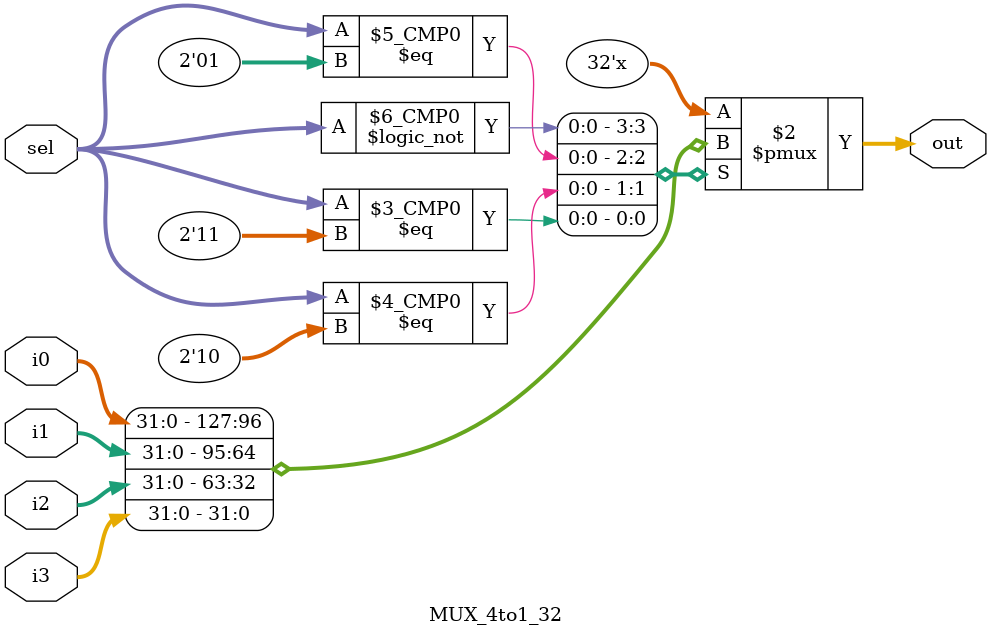
<source format=v>
module MUX_2to1_32(i0, i1, sel, out);
input [31:0] i0, i1;
input sel;
output reg [31:0] out;

always @ (*)
begin
	case (sel)
	1'b0: out = i0;
	1'b1: out = i1;
	default: out = 5'bx;
	endcase
end
endmodule


module MUX_2to1_5(i0, i1, sel, out);

input [4:0] i0, i1;
input sel;
output reg [4:0] out;

always @ (*)
begin
	case (sel)
	1'b0: out = i0;
	1'b1: out = i1;
	default: out = 32'bx;
	endcase
end

endmodule

module MUX_4to1_32 (i0, i1, i2, i3, sel, out);

input [31:0] i0, i1, i2, i3;
input [1:0] sel;
output reg [31:0] out;

always @ (*)
begin
	case (sel)
	2'b00: out = i0;
	2'b01: out = i1;
    2'b10: out = i2;
    2'b11: out = i3;
	default: out = 32'bx;
	endcase
end

endmodule


</source>
